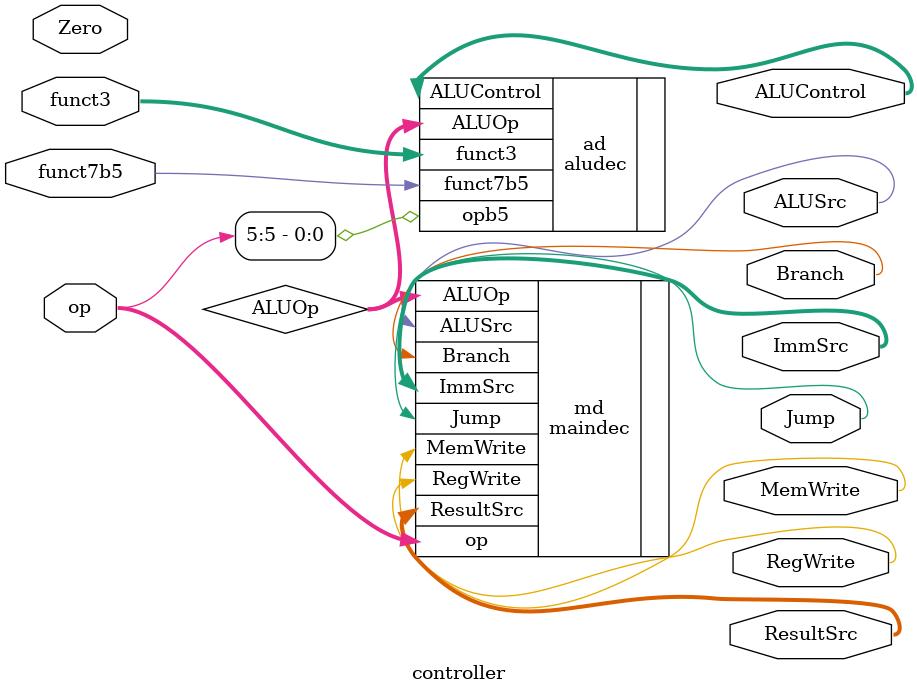
<source format=v>
module controller(input  [6:0] op,
                  input  [2:0] funct3,
                  input        funct7b5,
                  input        Zero,
                  output [1:0] ResultSrc, 
                  output MemWrite, ALUSrc, RegWrite, Jump, Branch,
                  output [1:0] ImmSrc, 
                  output [2:0] ALUControl);
  
  wire [1:0] ALUOp; 
  
  maindec md(
    .op(op), 
    .ResultSrc(ResultSrc), 
    .MemWrite(MemWrite), 
    .Branch(Branch),
    .ALUSrc(ALUSrc), 
    .RegWrite(RegWrite), 
    .Jump(Jump), 
    .ImmSrc(ImmSrc), 
    .ALUOp(ALUOp)
  ); 

  aludec  ad(
    .opb5(op[5]), 
    .funct3(funct3), 
    .funct7b5(funct7b5), 
    .ALUOp(ALUOp), 
    .ALUControl(ALUControl)
  ); 

endmodule

</source>
